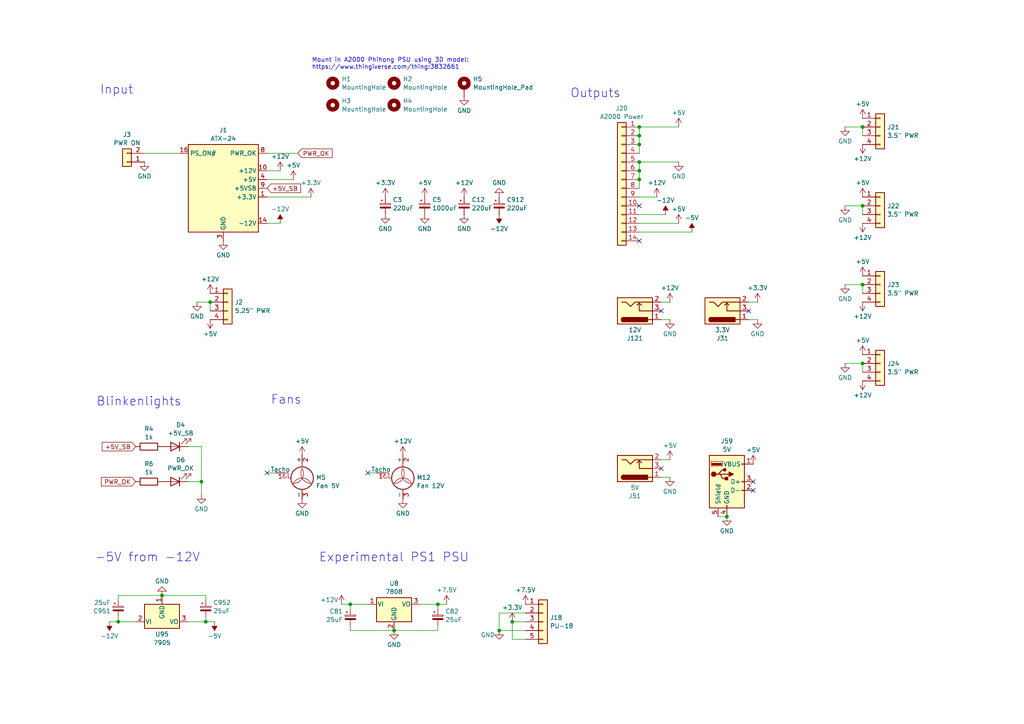
<source format=kicad_sch>
(kicad_sch (version 20231120) (generator "eeschema") (generator_version "8.0")
  (paper "A4")
  (lib_symbols
    (symbol "Connector:ATX-24"
      (property "Reference" "J" (at -8.89 13.97 0))
      (property "Value" "ATX-24" (at 6.35 13.97 0))
      (symbol "ATX-24_0_1"
        (rectangle (start -10.16 12.7) (end 10.16 -12.7) (stroke (width 0.254)) (fill (type background)))
      )
      (symbol "ATX-24_1_1"
        (pin power_out line (at 12.7 -2.54 180) (length 2.54) (name "+3.3V") (number "1"))
        (pin power_out line (at 12.7 5.08 180) (length 2.54) (name "+12V") (number "10"))
        (pin passive line (at 12.7 5.08 180) (length 2.54) hide (name "+12V") (number "11"))
        (pin passive line (at 12.7 -2.54 180) (length 2.54) hide (name "+3.3V") (number "12"))
        (pin passive line (at 12.7 -2.54 180) (length 2.54) hide (name "+3.3V") (number "13"))
        (pin power_out line (at 12.7 -10.16 180) (length 2.54) (name "-12V") (number "14"))
        (pin passive line (at 0 -15.24 90) (length 2.54) hide (name "GND") (number "15"))
        (pin open_collector line (at -12.7 10.16 0) (length 2.54) (name "PS_ON#") (number "16"))
        (pin passive line (at 0 -15.24 90) (length 2.54) hide (name "GND") (number "17"))
        (pin passive line (at 0 -15.24 90) (length 2.54) hide (name "GND") (number "18"))
        (pin passive line (at 0 -15.24 90) (length 2.54) hide (name "GND") (number "19"))
        (pin passive line (at 12.7 -2.54 180) (length 2.54) hide (name "+3.3V") (number "2"))
        (pin no_connect line (at -10.16 0 0) (length 2.54) hide (name "NC") (number "20"))
        (pin passive line (at 12.7 2.54 180) (length 2.54) hide (name "+5V") (number "21"))
        (pin passive line (at 12.7 2.54 180) (length 2.54) hide (name "+5V") (number "22"))
        (pin passive line (at 12.7 2.54 180) (length 2.54) hide (name "+5V") (number "23"))
        (pin passive line (at 0 -15.24 90) (length 2.54) hide (name "GND") (number "24"))
        (pin power_out line (at 0 -15.24 90) (length 2.54) (name "GND") (number "3"))
        (pin power_out line (at 12.7 2.54 180) (length 2.54) (name "+5V") (number "4"))
        (pin passive line (at 0 -15.24 90) (length 2.54) hide (name "GND") (number "5"))
        (pin passive line (at 12.7 2.54 180) (length 2.54) hide (name "+5V") (number "6"))
        (pin passive line (at 0 -15.24 90) (length 2.54) hide (name "GND") (number "7"))
        (pin output line (at 12.7 10.16 180) (length 2.54) (name "PWR_OK") (number "8"))
        (pin power_out line (at 12.7 0 180) (length 2.54) (name "+5VSB") (number "9"))
      )
    )
    (symbol "Connector:Barrel_Jack_Switch" (pin_names hide)
      (property "Reference" "J" (at 0 5.334 0))
      (property "Value" "Barrel_Jack_Switch" (at 0 -5.08 0))
      (symbol "Barrel_Jack_Switch_0_1"
        (rectangle (start -5.08 3.81) (end 5.08 -3.81) (stroke (width 0.254)) (fill (type background)))
        (arc (start -3.302 3.175) (mid -3.9343 2.54) (end -3.302 1.905) (stroke (width 0.254)))
        (arc (start -3.302 3.175) (mid -3.9343 2.54) (end -3.302 1.905) (stroke (width 0.254)) (fill (type outline)))
        (polyline (pts (xy 1.27 -2.286) (xy 1.905 -1.651)) (stroke (width 0.254)))
        (polyline (pts (xy 5.08 2.54) (xy 3.81 2.54)) (stroke (width 0.254)))
        (polyline (pts (xy 5.08 0) (xy 1.27 0) (xy 1.27 -2.286) (xy 0.635 -1.651)) (stroke (width 0.254)))
        (polyline (pts (xy -3.81 -2.54) (xy -2.54 -2.54) (xy -1.27 -1.27) (xy 0 -2.54) (xy 2.54 -2.54) (xy 5.08 -2.54)) (stroke (width 0.254)))
        (rectangle (start 3.683 3.175) (end -3.302 1.905) (stroke (width 0.254)) (fill (type outline)))
      )
      (symbol "Barrel_Jack_Switch_1_1"
        (pin passive line (at 7.62 2.54 180) (length 2.54) (name "~") (number "1"))
        (pin passive line (at 7.62 -2.54 180) (length 2.54) (name "~") (number "2"))
        (pin passive line (at 7.62 0 180) (length 2.54) (name "~") (number "3"))
      )
    )
    (symbol "Connector:USB_A" (pin_names (offset 1.016))
      (property "Reference" "J" (at -5.08 11.43 0))
      (property "Value" "USB_A" (at -5.08 8.89 0))
      (symbol "USB_A_0_1"
        (rectangle (start -5.08 -7.62) (end 5.08 7.62) (stroke (width 0.254)) (fill (type background)))
        (circle (center -3.81 2.159) (radius 0.635) (stroke (width 0.254)) (fill (type outline)))
        (rectangle (start -1.524 4.826) (end -4.318 5.334) (fill (type outline)))
        (rectangle (start -1.27 4.572) (end -4.572 5.842))
        (circle (center -0.635 3.429) (radius 0.381) (stroke (width 0.254)) (fill (type outline)))
        (rectangle (start -0.127 -7.62) (end 0.127 -6.858))
        (polyline (pts (xy -3.175 2.159) (xy -2.54 2.159) (xy -1.27 3.429) (xy -0.635 3.429)) (stroke (width 0.254)))
        (polyline (pts (xy -2.54 2.159) (xy -1.905 2.159) (xy -1.27 0.889) (xy 0 0.889)) (stroke (width 0.254)))
        (polyline (pts (xy 0.635 2.794) (xy 0.635 1.524) (xy 1.905 2.159) (xy 0.635 2.794)) (stroke (width 0.254)) (fill (type outline)))
        (rectangle (start 0.254 1.27) (end -0.508 0.508) (stroke (width 0.254)) (fill (type outline)))
        (rectangle (start 5.08 -2.667) (end 4.318 -2.413))
        (rectangle (start 5.08 -0.127) (end 4.318 0.127))
        (rectangle (start 5.08 4.953) (end 4.318 5.207))
      )
      (symbol "USB_A_1_1"
        (polyline (pts (xy -1.905 2.159) (xy 0.635 2.159)) (stroke (width 0.254)))
        (pin power_in line (at 7.62 5.08 180) (length 2.54) (name "VBUS") (number "1"))
        (pin bidirectional line (at 7.62 -2.54 180) (length 2.54) (name "D-") (number "2"))
        (pin bidirectional line (at 7.62 0 180) (length 2.54) (name "D+") (number "3"))
        (pin power_in line (at 0 -10.16 90) (length 2.54) (name "GND") (number "4"))
        (pin passive line (at -2.54 -10.16 90) (length 2.54) (name "Shield") (number "5"))
      )
    )
    (symbol "Connector_Generic:Conn_01x02" (pin_names (offset 1.016) hide)
      (property "Reference" "J" (at 0 2.54 0))
      (property "Value" "Conn_01x02" (at 0 -5.08 0))
      (symbol "Conn_01x02_1_1"
        (rectangle (start -1.27 -2.413) (end 0 -2.667) (stroke (width 0.1524)))
        (rectangle (start -1.27 0.127) (end 0 -0.127) (stroke (width 0.1524)))
        (rectangle (start -1.27 1.27) (end 1.27 -3.81) (stroke (width 0.254)) (fill (type background)))
        (pin passive line (at -5.08 0 0) (length 3.81) (name "Pin_1") (number "1"))
        (pin passive line (at -5.08 -2.54 0) (length 3.81) (name "Pin_2") (number "2"))
      )
    )
    (symbol "Connector_Generic:Conn_01x04" (pin_names (offset 1.016) hide)
      (property "Reference" "J" (at 0 5.08 0))
      (property "Value" "Conn_01x04" (at 0 -7.62 0))
      (symbol "Conn_01x04_1_1"
        (rectangle (start -1.27 -4.953) (end 0 -5.207) (stroke (width 0.1524)))
        (rectangle (start -1.27 -2.413) (end 0 -2.667) (stroke (width 0.1524)))
        (rectangle (start -1.27 0.127) (end 0 -0.127) (stroke (width 0.1524)))
        (rectangle (start -1.27 2.667) (end 0 2.413) (stroke (width 0.1524)))
        (rectangle (start -1.27 3.81) (end 1.27 -6.35) (stroke (width 0.254)) (fill (type background)))
        (pin passive line (at -5.08 2.54 0) (length 3.81) (name "Pin_1") (number "1"))
        (pin passive line (at -5.08 0 0) (length 3.81) (name "Pin_2") (number "2"))
        (pin passive line (at -5.08 -2.54 0) (length 3.81) (name "Pin_3") (number "3"))
        (pin passive line (at -5.08 -5.08 0) (length 3.81) (name "Pin_4") (number "4"))
      )
    )
    (symbol "Connector_Generic:Conn_01x05" (pin_names (offset 1.016) hide)
      (property "Reference" "J" (at 0 7.62 0))
      (property "Value" "Conn_01x05" (at 0 -7.62 0))
      (symbol "Conn_01x05_1_1"
        (rectangle (start -1.27 -4.953) (end 0 -5.207) (stroke (width 0.1524)))
        (rectangle (start -1.27 -2.413) (end 0 -2.667) (stroke (width 0.1524)))
        (rectangle (start -1.27 0.127) (end 0 -0.127) (stroke (width 0.1524)))
        (rectangle (start -1.27 2.667) (end 0 2.413) (stroke (width 0.1524)))
        (rectangle (start -1.27 5.207) (end 0 4.953) (stroke (width 0.1524)))
        (rectangle (start -1.27 6.35) (end 1.27 -6.35) (stroke (width 0.254)) (fill (type background)))
        (pin passive line (at -5.08 5.08 0) (length 3.81) (name "Pin_1") (number "1"))
        (pin passive line (at -5.08 2.54 0) (length 3.81) (name "Pin_2") (number "2"))
        (pin passive line (at -5.08 0 0) (length 3.81) (name "Pin_3") (number "3"))
        (pin passive line (at -5.08 -2.54 0) (length 3.81) (name "Pin_4") (number "4"))
        (pin passive line (at -5.08 -5.08 0) (length 3.81) (name "Pin_5") (number "5"))
      )
    )
    (symbol "Connector_Generic:Conn_01x14" (pin_names (offset 1.016) hide)
      (property "Reference" "J" (at 0 17.78 0))
      (property "Value" "Conn_01x14" (at 0 -20.32 0))
      (symbol "Conn_01x14_1_1"
        (rectangle (start -1.27 -17.653) (end 0 -17.907) (stroke (width 0.1524)))
        (rectangle (start -1.27 -15.113) (end 0 -15.367) (stroke (width 0.1524)))
        (rectangle (start -1.27 -12.573) (end 0 -12.827) (stroke (width 0.1524)))
        (rectangle (start -1.27 -10.033) (end 0 -10.287) (stroke (width 0.1524)))
        (rectangle (start -1.27 -7.493) (end 0 -7.747) (stroke (width 0.1524)))
        (rectangle (start -1.27 -4.953) (end 0 -5.207) (stroke (width 0.1524)))
        (rectangle (start -1.27 -2.413) (end 0 -2.667) (stroke (width 0.1524)))
        (rectangle (start -1.27 0.127) (end 0 -0.127) (stroke (width 0.1524)))
        (rectangle (start -1.27 2.667) (end 0 2.413) (stroke (width 0.1524)))
        (rectangle (start -1.27 5.207) (end 0 4.953) (stroke (width 0.1524)))
        (rectangle (start -1.27 7.747) (end 0 7.493) (stroke (width 0.1524)))
        (rectangle (start -1.27 10.287) (end 0 10.033) (stroke (width 0.1524)))
        (rectangle (start -1.27 12.827) (end 0 12.573) (stroke (width 0.1524)))
        (rectangle (start -1.27 15.367) (end 0 15.113) (stroke (width 0.1524)))
        (rectangle (start -1.27 16.51) (end 1.27 -19.05) (stroke (width 0.254)) (fill (type background)))
        (pin passive line (at -5.08 15.24 0) (length 3.81) (name "Pin_1") (number "1"))
        (pin passive line (at -5.08 -7.62 0) (length 3.81) (name "Pin_10") (number "10"))
        (pin passive line (at -5.08 -10.16 0) (length 3.81) (name "Pin_11") (number "11"))
        (pin passive line (at -5.08 -12.7 0) (length 3.81) (name "Pin_12") (number "12"))
        (pin passive line (at -5.08 -15.24 0) (length 3.81) (name "Pin_13") (number "13"))
        (pin passive line (at -5.08 -17.78 0) (length 3.81) (name "Pin_14") (number "14"))
        (pin passive line (at -5.08 12.7 0) (length 3.81) (name "Pin_2") (number "2"))
        (pin passive line (at -5.08 10.16 0) (length 3.81) (name "Pin_3") (number "3"))
        (pin passive line (at -5.08 7.62 0) (length 3.81) (name "Pin_4") (number "4"))
        (pin passive line (at -5.08 5.08 0) (length 3.81) (name "Pin_5") (number "5"))
        (pin passive line (at -5.08 2.54 0) (length 3.81) (name "Pin_6") (number "6"))
        (pin passive line (at -5.08 0 0) (length 3.81) (name "Pin_7") (number "7"))
        (pin passive line (at -5.08 -2.54 0) (length 3.81) (name "Pin_8") (number "8"))
        (pin passive line (at -5.08 -5.08 0) (length 3.81) (name "Pin_9") (number "9"))
      )
    )
    (symbol "Device:C_Polarized_Small" (pin_numbers hide) (pin_names (offset 0.254) hide)
      (property "Reference" "C" (at 0.254 1.778 0))
      (property "Value" "C_Polarized_Small" (at 0.254 -2.032 0))
      (symbol "C_Polarized_Small_0_1"
        (rectangle (start -1.524 -0.3048) (end 1.524 -0.6858) (fill (type outline)))
        (rectangle (start -1.524 0.6858) (end 1.524 0.3048))
        (polyline (pts (xy -1.27 1.524) (xy -0.762 1.524)))
        (polyline (pts (xy -1.016 1.27) (xy -1.016 1.778)))
      )
      (symbol "C_Polarized_Small_1_1"
        (pin passive line (at 0 2.54 270) (length 1.8542) (name "~") (number "1"))
        (pin passive line (at 0 -2.54 90) (length 1.8542) (name "~") (number "2"))
      )
    )
    (symbol "Device:LED" (pin_numbers hide) (pin_names (offset 1.016) hide)
      (property "Reference" "D" (at 0 2.54 0))
      (property "Value" "LED" (at 0 -2.54 0))
      (symbol "LED_0_1"
        (polyline (pts (xy -1.27 -1.27) (xy -1.27 1.27)) (stroke (width 0.254)))
        (polyline (pts (xy -1.27 0) (xy 1.27 0)))
        (polyline (pts (xy 1.27 -1.27) (xy 1.27 1.27) (xy -1.27 0) (xy 1.27 -1.27)) (stroke (width 0.254)))
        (polyline (pts (xy -3.048 -0.762) (xy -4.572 -2.286) (xy -3.81 -2.286) (xy -4.572 -2.286) (xy -4.572 -1.524)))
        (polyline (pts (xy -1.778 -0.762) (xy -3.302 -2.286) (xy -2.54 -2.286) (xy -3.302 -2.286) (xy -3.302 -1.524)))
      )
      (symbol "LED_1_1"
        (pin passive line (at -3.81 0 0) (length 2.54) (name "K") (number "1"))
        (pin passive line (at 3.81 0 180) (length 2.54) (name "A") (number "2"))
      )
    )
    (symbol "Device:R" (pin_numbers hide) (pin_names (offset 0))
      (property "Reference" "R" (at 2.032 0 90))
      (property "Value" "R" (at 0 0 90))
      (symbol "R_0_1"
        (rectangle (start -1.016 -2.54) (end 1.016 2.54) (stroke (width 0.254)))
      )
      (symbol "R_1_1"
        (pin passive line (at 0 3.81 270) (length 1.27) (name "~") (number "1"))
        (pin passive line (at 0 -3.81 90) (length 1.27) (name "~") (number "2"))
      )
    )
    (symbol "Mechanical:MountingHole" (pin_names (offset 1.016)) (exclude_from_sim yes) (in_bom no)
      (property "Reference" "H" (at 0 5.08 0))
      (property "Value" "MountingHole" (at 0 3.175 0))
      (symbol "MountingHole_0_1"
        (circle (center 0 0) (radius 1.27) (stroke (width 1.27)))
      )
    )
    (symbol "Mechanical:MountingHole_Pad" (pin_numbers hide) (pin_names (offset 1.016) hide) (exclude_from_sim yes) (in_bom no)
      (property "Reference" "H" (at 0 6.35 0))
      (property "Value" "MountingHole_Pad" (at 0 4.445 0))
      (symbol "MountingHole_Pad_0_1"
        (circle (center 0 1.27) (radius 1.27) (stroke (width 1.27)))
      )
      (symbol "MountingHole_Pad_1_1"
        (pin input line (at 0 -2.54 90) (length 2.54) (name "1") (number "1"))
      )
    )
    (symbol "Motor:Fan_PC_Chassis" (pin_names (offset 0))
      (property "Reference" "M" (at 2.54 2.54 0))
      (property "Value" "Fan_PC_Chassis" (at 2.54 -5.08 0))
      (symbol "Fan_PC_Chassis_0_0"
        (arc (start -5.588 -1.016) (mid -5.08 -1.5218) (end -4.572 -1.016))
        (arc (start -5.08 -0.508) (mid -5.4392 -0.6568) (end -5.588 -1.016))
        (polyline (pts (xy -5.08 -0.508) (xy -5.334 -0.381)))
        (polyline (pts (xy -5.08 -0.508) (xy -5.207 -0.762)))
        (polyline (pts (xy -4.064 0) (xy -4.064 -1.524) (xy -3.302 -1.524)))
      )
      (symbol "Fan_PC_Chassis_0_1"
        (arc (start -2.54 -3.048) (mid 0.0028 -1.6279) (end 0 1.27))
        (circle (center 0 -1.524) (radius 3.2512) (stroke (width 0.254)))
        (polyline (pts (xy -4.064 0) (xy -5.08 0)))
        (polyline (pts (xy 0 -7.62) (xy 0 -7.112)))
        (polyline (pts (xy 0 -4.7752) (xy 0 -5.1816)))
        (polyline (pts (xy 0 1.7272) (xy 0 2.0828)))
        (polyline (pts (xy 0 2.032) (xy 0 2.54)))
        (arc (start 0 1.27) (mid 0.053 -1.619) (end 2.54 -3.048))
        (arc (start 2.54 -3.048) (mid 0 -1.4782) (end -2.54 -3.048))
      )
      (symbol "Fan_PC_Chassis_1_1"
        (pin passive line (at -7.62 0 0) (length 2.54) (name "Tacho") (number "1"))
        (pin passive line (at 0 5.08 270) (length 2.54) (name "+") (number "2"))
        (pin passive line (at 0 -7.62 90) (length 2.54) (name "-") (number "3"))
      )
    )
    (symbol "Regulator_Linear:LM7808_TO220" (pin_names (offset 0.254))
      (property "Reference" "U" (at -3.81 3.175 0))
      (property "Value" "LM7808_TO220" (at 0 3.175 0))
      (symbol "LM7808_TO220_0_1"
        (rectangle (start -5.08 1.905) (end 5.08 -5.08) (stroke (width 0.254)) (fill (type background)))
      )
      (symbol "LM7808_TO220_1_1"
        (pin power_in line (at -7.62 0 0) (length 2.54) (name "VI") (number "1"))
        (pin power_in line (at 0 -7.62 90) (length 2.54) (name "GND") (number "2"))
        (pin power_out line (at 7.62 0 180) (length 2.54) (name "VO") (number "3"))
      )
    )
    (symbol "Regulator_Linear:MC7905" (pin_names (offset 0.254))
      (property "Reference" "U" (at -3.81 -3.175 0))
      (property "Value" "MC7905" (at 0 -3.175 0))
      (symbol "MC7905_0_1"
        (rectangle (start -5.08 5.08) (end 5.08 -1.905) (stroke (width 0.254)) (fill (type background)))
      )
      (symbol "MC7905_1_1"
        (pin power_in line (at 0 7.62 270) (length 2.54) (name "GND") (number "1"))
        (pin power_in line (at -7.62 0 0) (length 2.54) (name "VI") (number "2"))
        (pin power_out line (at 7.62 0 180) (length 2.54) (name "VO") (number "3"))
      )
    )
    (symbol "power:+12V" (power) (pin_numbers hide) (pin_names (offset 0) hide)
      (property "Value" "+12V" (at 0 3.556 0))
      (symbol "+12V_0_1"
        (polyline (pts (xy -0.762 1.27) (xy 0 2.54)))
        (polyline (pts (xy 0 0) (xy 0 2.54)))
        (polyline (pts (xy 0 2.54) (xy 0.762 1.27)))
      )
      (symbol "+12V_1_1"
        (pin power_in line (at 0 0 90) (length 0) (name "~") (number "1"))
      )
    )
    (symbol "power:+3.3V" (power) (pin_numbers hide) (pin_names (offset 0) hide)
      (property "Value" "+3.3V" (at 0 3.556 0))
      (symbol "+3.3V_0_1"
        (polyline (pts (xy -0.762 1.27) (xy 0 2.54)))
        (polyline (pts (xy 0 0) (xy 0 2.54)))
        (polyline (pts (xy 0 2.54) (xy 0.762 1.27)))
      )
      (symbol "+3.3V_1_1"
        (pin power_in line (at 0 0 90) (length 0) (name "~") (number "1"))
      )
    )
    (symbol "power:+5V" (power) (pin_numbers hide) (pin_names (offset 0) hide)
      (property "Value" "+5V" (at 0 3.556 0))
      (symbol "+5V_0_1"
        (polyline (pts (xy -0.762 1.27) (xy 0 2.54)))
        (polyline (pts (xy 0 0) (xy 0 2.54)))
        (polyline (pts (xy 0 2.54) (xy 0.762 1.27)))
      )
      (symbol "+5V_1_1"
        (pin power_in line (at 0 0 90) (length 0) (name "~") (number "1"))
      )
    )
    (symbol "power:+7.5V" (power) (pin_numbers hide) (pin_names (offset 0) hide)
      (property "Value" "+7.5V" (at 0 3.556 0))
      (symbol "+7.5V_0_1"
        (polyline (pts (xy -0.762 1.27) (xy 0 2.54)))
        (polyline (pts (xy 0 0) (xy 0 2.54)))
        (polyline (pts (xy 0 2.54) (xy 0.762 1.27)))
      )
      (symbol "+7.5V_1_1"
        (pin power_in line (at 0 0 90) (length 0) (name "~") (number "1"))
      )
    )
    (symbol "power:-12V" (power) (pin_numbers hide) (pin_names (offset 0) hide)
      (property "Value" "-12V" (at 0 3.556 0))
      (symbol "-12V_0_0"
        (pin power_in line (at 0 0 90) (length 0) (name "~") (number "1"))
      )
      (symbol "-12V_0_1"
        (polyline (pts (xy 0 0) (xy 0 1.27) (xy 0.762 1.27) (xy 0 2.54) (xy -0.762 1.27) (xy 0 1.27)) (fill (type outline)))
      )
    )
    (symbol "power:-5V" (power) (pin_numbers hide) (pin_names (offset 0) hide)
      (property "Value" "-5V" (at 0 3.556 0))
      (symbol "-5V_0_0"
        (pin power_in line (at 0 0 90) (length 0) (name "~") (number "1"))
      )
      (symbol "-5V_0_1"
        (polyline (pts (xy 0 0) (xy 0 1.27) (xy 0.762 1.27) (xy 0 2.54) (xy -0.762 1.27) (xy 0 1.27)) (fill (type outline)))
      )
    )
    (symbol "power:GND" (power) (pin_numbers hide) (pin_names (offset 0) hide)
      (property "Value" "GND" (at 0 -3.81 0))
      (symbol "GND_0_1"
        (polyline (pts (xy 0 0) (xy 0 -1.27) (xy 1.27 -1.27) (xy 0 -2.54) (xy -1.27 -1.27) (xy 0 -1.27)))
      )
      (symbol "GND_1_1"
        (pin power_in line (at 0 0 270) (length 0) (name "~") (number "1"))
      )
    )
  )
  (junction (at 185.42 36.83))
  (junction (at 185.42 46.99))
  (junction (at 250.19 105.41))
  (junction (at 250.19 36.83))
  (junction (at 101.6 175.26))
  (junction (at 250.19 82.55))
  (junction (at 114.3 182.88))
  (junction (at 185.42 39.37))
  (junction (at 148.59 180.34))
  (junction (at 250.19 59.69))
  (junction (at 185.42 49.53))
  (junction (at 58.42 139.7))
  (junction (at 127 175.26))
  (junction (at 46.99 172.72))
  (junction (at 34.29 180.34))
  (junction (at 210.82 149.86))
  (junction (at 144.78 182.88))
  (junction (at 185.42 52.07))
  (junction (at 185.42 41.91))
  (junction (at 60.96 87.63))
  (junction (at 59.69 180.34))
  (no_connect (at 77.47 137.16))
  (no_connect (at 191.77 90.17))
  (no_connect (at 191.77 135.89))
  (no_connect (at 106.68 137.16))
  (no_connect (at 185.42 69.85))
  (no_connect (at 218.44 142.24))
  (no_connect (at 218.44 139.7))
  (no_connect (at 185.42 59.69))
  (no_connect (at 217.17 90.17))
  (wire (pts (xy 34.29 172.72) (xy 46.99 172.72)))
  (wire (pts (xy 77.47 49.53) (xy 81.28 49.53)))
  (wire (pts (xy 219.71 87.63) (xy 217.17 87.63)))
  (wire (pts (xy 144.78 177.8) (xy 152.4 177.8)))
  (wire (pts (xy 196.85 36.83) (xy 185.42 36.83)))
  (wire (pts (xy 185.42 46.99) (xy 185.42 49.53)))
  (wire (pts (xy 185.42 57.15) (xy 190.5 57.15)))
  (wire (pts (xy 58.42 129.54) (xy 58.42 139.7)))
  (wire (pts (xy 77.47 64.77) (xy 81.28 64.77)))
  (wire (pts (xy 194.31 87.63) (xy 191.77 87.63)))
  (wire (pts (xy 148.59 185.42) (xy 152.4 185.42)))
  (wire (pts (xy 101.6 181.61) (xy 101.6 182.88)))
  (wire (pts (xy 127 181.61) (xy 127 182.88)))
  (wire (pts (xy 101.6 176.53) (xy 101.6 175.26)))
  (wire (pts (xy 121.92 175.26) (xy 127 175.26)))
  (wire (pts (xy 245.11 59.69) (xy 250.19 59.69)))
  (wire (pts (xy 101.6 182.88) (xy 114.3 182.88)))
  (wire (pts (xy 208.28 149.86) (xy 210.82 149.86)))
  (wire (pts (xy 59.69 179.07) (xy 59.69 180.34)))
  (wire (pts (xy 194.31 133.35) (xy 191.77 133.35)))
  (wire (pts (xy 60.96 87.63) (xy 60.96 90.17)))
  (wire (pts (xy 185.42 39.37) (xy 185.42 41.91)))
  (wire (pts (xy 77.47 57.15) (xy 90.17 57.15)))
  (wire (pts (xy 194.31 138.43) (xy 191.77 138.43)))
  (wire (pts (xy 34.29 179.07) (xy 34.29 180.34)))
  (wire (pts (xy 144.78 177.8) (xy 144.78 182.88)))
  (wire (pts (xy 194.31 92.71) (xy 191.77 92.71)))
  (wire (pts (xy 196.85 46.99) (xy 185.42 46.99)))
  (wire (pts (xy 148.59 180.34) (xy 148.59 185.42)))
  (wire (pts (xy 185.42 41.91) (xy 185.42 44.45)))
  (wire (pts (xy 245.11 36.83) (xy 250.19 36.83)))
  (wire (pts (xy 148.59 180.34) (xy 152.4 180.34)))
  (wire (pts (xy 41.91 44.45) (xy 52.07 44.45)))
  (wire (pts (xy 77.47 44.45) (xy 86.36 44.45)))
  (wire (pts (xy 58.42 139.7) (xy 58.42 143.51)))
  (wire (pts (xy 245.11 82.55) (xy 250.19 82.55)))
  (wire (pts (xy 54.61 129.54) (xy 58.42 129.54)))
  (wire (pts (xy 54.61 180.34) (xy 59.69 180.34)))
  (wire (pts (xy 250.19 82.55) (xy 250.19 85.09)))
  (wire (pts (xy 106.68 137.16) (xy 109.22 137.16)))
  (wire (pts (xy 185.42 62.23) (xy 193.04 62.23)))
  (wire (pts (xy 59.69 172.72) (xy 46.99 172.72)))
  (wire (pts (xy 185.42 49.53) (xy 185.42 52.07)))
  (wire (pts (xy 34.29 173.99) (xy 34.29 172.72)))
  (wire (pts (xy 77.47 137.16) (xy 80.01 137.16)))
  (wire (pts (xy 144.78 182.88) (xy 152.4 182.88)))
  (wire (pts (xy 185.42 36.83) (xy 185.42 39.37)))
  (wire (pts (xy 59.69 173.99) (xy 59.69 172.72)))
  (wire (pts (xy 185.42 52.07) (xy 185.42 54.61)))
  (wire (pts (xy 59.69 180.34) (xy 62.23 180.34)))
  (wire (pts (xy 250.19 105.41) (xy 250.19 107.95)))
  (wire (pts (xy 250.19 59.69) (xy 250.19 62.23)))
  (wire (pts (xy 39.37 180.34) (xy 34.29 180.34)))
  (wire (pts (xy 101.6 175.26) (xy 99.06 175.26)))
  (wire (pts (xy 54.61 139.7) (xy 58.42 139.7)))
  (wire (pts (xy 57.15 87.63) (xy 60.96 87.63)))
  (wire (pts (xy 219.71 92.71) (xy 217.17 92.71)))
  (wire (pts (xy 250.19 36.83) (xy 250.19 39.37)))
  (wire (pts (xy 127 182.88) (xy 114.3 182.88)))
  (wire (pts (xy 185.42 64.77) (xy 196.85 64.77)))
  (wire (pts (xy 127 175.26) (xy 129.54 175.26)))
  (wire (pts (xy 127 176.53) (xy 127 175.26)))
  (wire (pts (xy 185.42 67.31) (xy 200.66 67.31)))
  (wire (pts (xy 34.29 180.34) (xy 31.75 180.34)))
  (wire (pts (xy 245.11 105.41) (xy 250.19 105.41)))
  (wire (pts (xy 77.47 52.07) (xy 85.09 52.07)))
  (wire (pts (xy 106.68 175.26) (xy 101.6 175.26)))
  (text "Input" (at 28.956 24.638 0) (effects (font (size 2.54 2.54)) (justify left top)))
  (text "-5V from -12V" (at 27.432 160.274 0) (effects (font (size 2.54 2.54)) (justify left top)))
  (text "Fans" (at 78.486 114.554 0) (effects (font (size 2.54 2.54)) (justify left top)))
  (text "Mount in A2000 Phihong PSU using 3D model:\nhttps://www.thingiverse.com/thing:3832661" (at 90.424 16.764 0) (effects (font (size 1.27 1.27)) (justify left top)))
  (text "Experimental PS1 PSU" (at 92.456 160.274 0) (effects (font (size 2.54 2.54)) (justify left top)))
  (text "Blinkenlights" (at 27.94 115.062 0) (effects (font (size 2.54 2.54)) (justify left top)))
  (text "Outputs" (at 165.354 25.654 0) (effects (font (size 2.54 2.54)) (justify left top)))
  (global_label "+5V_SB" (shape input) (at 77.47 54.61 0) (property "Intersheetrefs" "${INTERSHEET_REFS}" (effects (hide yes))))
  (global_label "PWR_OK" (shape input) (at 86.36 44.45 0) (property "Intersheetrefs" "${INTERSHEET_REFS}" (effects (hide yes))))
  (global_label "PWR_OK" (shape input) (at 39.37 139.7 180) (property "Intersheetrefs" "${INTERSHEET_REFS}" (effects (hide yes))))
  (global_label "+5V_SB" (shape input) (at 39.37 129.54 180) (property "Intersheetrefs" "${INTERSHEET_REFS}" (effects (hide yes))))
  (symbol (lib_id "power:GND") (at 196.85 46.99 0) (mirror y) (unit 1)
    (property "Reference" "#PWR02" (effects (hide yes)))
    (property "Value" "GND" (at 196.85 51.1231 0))
    (property "Description" "Power symbol creates a global label with name \"GND\" , ground" (effects (hide yes)))
  )
  (symbol (lib_id "power:+3.3V") (at 111.76 57.15 0) (unit 1)
    (property "Reference" "#PWR060" (effects (hide yes)))
    (property "Value" "+3.3V" (at 111.76 53.0169 0))
    (property "Description" "Power symbol creates a global label with name \"+3.3V\"" (effects (hide yes)))
  )
  (symbol (lib_id "Motor:Fan_PC_Chassis") (at 116.84 137.16 0) (unit 1)
    (property "Reference" "M12" (at 120.8532 138.4878 0) (effects (justify left)))
    (property "Value" "Fan 12V" (at 120.8532 140.9121 0) (effects (justify left)))
    (property "Footprint" "Connector:FanPinHeader_1x03_P2.54mm_Vertical" (effects (hide yes)))
    (property "Datasheet" "https://www.lcsc.com/datasheet/lcsc_datasheet_2110111830_XKB-Connection-X2510WV-03-N0SN_C843332.pdf" (effects (hide yes)))
    (property "Description" "PC chassis fan, tacho output, 3-pin connector" (effects (hide yes)))
    (property "LCSC" "C843332" (effects (hide yes)))
  )
  (symbol (lib_id "Connector:USB_A") (at 210.82 139.7 0) (unit 1)
    (property "Reference" "J59" (at 210.82 127.9355 0))
    (property "Value" "5V" (at 210.82 130.3598 0))
    (property "Footprint" "Connector_USB:USB_A_CONNFLY_DS1095-WNR0" (effects (hide yes)))
    (property "Datasheet" "https://www.lcsc.com/datasheet/lcsc_datasheet_2404070230_CONNFLY-Elec-DS1095-WNR0_C19944603.pdf" (effects (hide yes)))
    (property "Description" "USB Type A connector" (effects (hide yes)))
    (property "LCSC" "C503996" (effects (hide yes)))
  )
  (symbol (lib_id "power:GND") (at 245.11 105.41 0) (mirror y) (unit 1)
    (property "Reference" "#PWR027" (effects (hide yes)))
    (property "Value" "GND" (at 245.11 109.5431 0))
    (property "Description" "Power symbol creates a global label with name \"GND\" , ground" (effects (hide yes)))
  )
  (symbol (lib_id "power:+5V") (at 87.63 132.08 0) (mirror y) (unit 1)
    (property "Reference" "#PWR016" (effects (hide yes)))
    (property "Value" "+5V" (at 87.63 127.9469 0))
    (property "Description" "Power symbol creates a global label with name \"+5V\"" (effects (hide yes)))
  )
  (symbol (lib_id "Device:LED") (at 50.8 139.7 180) (unit 1)
    (property "Reference" "D6" (at 52.3875 133.3965 0))
    (property "Value" "PWR_OK" (at 52.3875 135.8208 0))
    (property "Footprint" "LED_THT:LED_D3.0mm" (effects (hide yes)))
    (property "Datasheet" "https://www.lcsc.com/datasheet/lcsc_datasheet_2306081633_EKINGLUX-EL302YGD_C6916232.pdf" (effects (hide yes)))
    (property "LCSC" "C6916232" (effects (hide yes)))
  )
  (symbol (lib_id "Mechanical:MountingHole") (at 96.52 30.48 0) (unit 1) (exclude_from_sim yes) (in_bom no)
    (property "Reference" "H3" (at 99.06 29.2678 0) (effects (justify left)))
    (property "Value" "MountingHole" (at 99.06 31.6921 0) (effects (justify left)))
    (property "Footprint" "MountingHole:MountingHole_4mm" (effects (hide yes)))
    (property "Description" "Mounting Hole without connection" (effects (hide yes)))
  )
  (symbol (lib_id "power:+5V") (at 250.19 57.15 0) (mirror y) (unit 1)
    (property "Reference" "#PWR022" (effects (hide yes)))
    (property "Value" "+5V" (at 250.19 53.0169 0))
    (property "Description" "Power symbol creates a global label with name \"+5V\"" (effects (hide yes)))
  )
  (symbol (lib_id "Device:C_Polarized_Small") (at 134.62 59.69 0) (unit 1)
    (property "Reference" "C12" (at 136.779 57.9317 0) (effects (justify left)))
    (property "Value" "220uF" (at 136.779 60.356 0) (effects (justify left)))
    (property "Footprint" "Capacitor_THT:CP_Radial_D6.3mm_P2.50mm" (effects (hide yes)))
    (property "Datasheet" "https://www.lcsc.com/datasheet/lcsc_datasheet_2303231030_Honor-Elec-HT1E227M0607PC_C5438671.pdf" (effects (hide yes)))
    (property "Description" "Polarized capacitor, small symbol" (effects (hide yes)))
    (property "LCSC" "C5438671" (effects (hide yes)))
  )
  (symbol (lib_id "Connector_Generic:Conn_01x04") (at 255.27 105.41 0) (unit 1)
    (property "Reference" "J24" (at 257.302 105.4678 0) (effects (justify left)))
    (property "Value" "3.5\" PWR" (at 257.302 107.8921 0) (effects (justify left)))
    (property "Footprint" "Connector_PinHeader_2.54mm:PinHeader_1x04_P2.54mm_Vertical" (effects (hide yes)))
    (property "Datasheet" "https://www.lcsc.com/datasheet/lcsc_datasheet_2304140030_TE-Connectivity-171825-4_C210162.pdf" (effects (hide yes)))
    (property "Description" "Generic connector, single row, 01x04, script generated (kicad-library-utils/schlib/autogen/connector/)" (effects (hide yes)))
    (property "LCSC" "C210162" (effects (hide yes)))
  )
  (symbol (lib_id "Regulator_Linear:LM7808_TO220") (at 114.3 175.26 0) (unit 1)
    (property "Reference" "U8" (at 114.3 169.2105 0))
    (property "Value" "7808" (at 114.3 171.6348 0))
    (property "Footprint" "Package_TO_SOT_SMD:TO-263-3_TabPin2" (effects (hide yes)))
    (property "Datasheet" "https://www.onsemi.cn/PowerSolutions/document/MC7800-D.PDF" (effects (hide yes)))
    (property "Description" "Positive 1A 35V Linear Regulator, Fixed Output 8V, TO-220" (effects (hide yes)))
    (property "LCSC" "C7432228" (effects (hide yes)))
  )
  (symbol (lib_id "power:GND") (at 144.78 182.88 0) (unit 1)
    (property "Reference" "#PWR052" (effects (hide yes)))
    (property "Value" "GND" (at 141.478 184.15 0))
    (property "Description" "Power symbol creates a global label with name \"GND\" , ground" (effects (hide yes)))
  )
  (symbol (lib_id "power:GND") (at 134.62 27.94 0) (mirror y) (unit 1)
    (property "Reference" "#PWR041" (effects (hide yes)))
    (property "Value" "GND" (at 134.62 32.0731 0))
    (property "Description" "Power symbol creates a global label with name \"GND\" , ground" (effects (hide yes)))
  )
  (symbol (lib_id "power:+12V") (at 250.19 41.91 0) (mirror x) (unit 1)
    (property "Reference" "#PWR019" (effects (hide yes)))
    (property "Value" "+12V" (at 250.19 46.0431 0))
    (property "Description" "Power symbol creates a global label with name \"+12V\"" (effects (hide yes)))
  )
  (symbol (lib_id "power:+12V") (at 250.19 110.49 0) (mirror x) (unit 1)
    (property "Reference" "#PWR029" (effects (hide yes)))
    (property "Value" "+12V" (at 250.19 114.6231 0))
    (property "Description" "Power symbol creates a global label with name \"+12V\"" (effects (hide yes)))
  )
  (symbol (lib_id "Device:C_Polarized_Small") (at 34.29 176.53 0) (unit 1)
    (property "Reference" "C951" (at 32.1311 177.1961 0) (effects (justify right)))
    (property "Value" "25uF" (at 32.1311 174.7718 0) (effects (justify right)))
    (property "Footprint" "Capacitor_THT:CP_Radial_D6.3mm_P2.50mm" (effects (hide yes)))
    (property "Datasheet" "https://www.lcsc.com/datasheet/lcsc_datasheet_2303231030_Honor-Elec-HG1J226M0608PC_C5438878.pdf" (effects (hide yes)))
    (property "Description" "Polarized capacitor, small symbol" (effects (hide yes)))
    (property "LCSC" "C5438878" (effects (hide yes)))
  )
  (symbol (lib_id "power:GND") (at 210.82 149.86 0) (unit 1)
    (property "Reference" "#PWR047" (effects (hide yes)))
    (property "Value" "GND" (at 210.82 153.9931 0))
    (property "Description" "Power symbol creates a global label with name \"GND\" , ground" (effects (hide yes)))
  )
  (symbol (lib_id "Regulator_Linear:MC7905") (at 46.99 180.34 0) (unit 1)
    (property "Reference" "U95" (at 46.99 183.9651 0))
    (property "Value" "7905" (at 46.99 186.3894 0))
    (property "Footprint" "Package_TO_SOT_SMD:TO-263-3_TabPin2" (effects (hide yes)))
    (property "Datasheet" "http://www.onsemi.com/pub/Collateral/MC7900-D.PDF" (effects (hide yes)))
    (property "Description" "Negative 1A 35V Linear Regulator, Fixed Output -5V, TO-220/TO-263" (effects (hide yes)))
    (property "LCSC" "C28684" (effects (hide yes)))
  )
  (symbol (lib_id "power:GND") (at 87.63 144.78 0) (mirror y) (unit 1)
    (property "Reference" "#PWR014" (effects (hide yes)))
    (property "Value" "GND" (at 87.63 148.9131 0))
    (property "Description" "Power symbol creates a global label with name \"GND\" , ground" (effects (hide yes)))
  )
  (symbol (lib_id "power:GND") (at 116.84 144.78 0) (mirror y) (unit 1)
    (property "Reference" "#PWR015" (effects (hide yes)))
    (property "Value" "GND" (at 116.84 148.9131 0))
    (property "Description" "Power symbol creates a global label with name \"GND\" , ground" (effects (hide yes)))
  )
  (symbol (lib_id "power:+12V") (at 60.96 85.09 0) (unit 1)
    (property "Reference" "#PWR036" (effects (hide yes)))
    (property "Value" "+12V" (at 60.96 80.9569 0))
    (property "Description" "Power symbol creates a global label with name \"+12V\"" (effects (hide yes)))
  )
  (symbol (lib_id "Connector:Barrel_Jack_Switch") (at 184.15 135.89 0) (mirror x) (unit 1)
    (property "Reference" "J51" (at 184.15 143.8445 0))
    (property "Value" "5V" (at 184.15 141.4202 0))
    (property "Footprint" "Connector_BarrelJack:BarrelJack_Horizontal" (effects (hide yes)))
    (property "Datasheet" "https://www.lcsc.com/datasheet/lcsc_datasheet_2409272202_HanElectricity-DC-005-2-0_C22459640.pdf" (effects (hide yes)))
    (property "Description" "DC Barrel Jack with an internal switch" (effects (hide yes)))
    (property "LCSC" "C22459640" (effects (hide yes)))
  )
  (symbol (lib_id "power:GND") (at 194.31 138.43 0) (unit 1)
    (property "Reference" "#PWR038" (effects (hide yes)))
    (property "Value" "GND" (at 194.31 142.5631 0))
    (property "Description" "Power symbol creates a global label with name \"GND\" , ground" (effects (hide yes)))
  )
  (symbol (lib_id "power:GND") (at 144.78 57.15 0) (mirror x) (unit 1)
    (property "Reference" "#PWR051" (effects (hide yes)))
    (property "Value" "GND" (at 144.78 53.0169 0))
    (property "Description" "Power symbol creates a global label with name \"GND\" , ground" (effects (hide yes)))
  )
  (symbol (lib_id "power:-12V") (at 31.75 180.34 0) (mirror x) (unit 1)
    (property "Reference" "#PWR030" (effects (hide yes)))
    (property "Value" "-12V" (at 31.75 184.4731 0))
    (property "Description" "Power symbol creates a global label with name \"-12V\"" (effects (hide yes)))
  )
  (symbol (lib_id "power:+12V") (at 81.28 49.53 0) (unit 1)
    (property "Reference" "#PWR09" (effects (hide yes)))
    (property "Value" "+12V" (at 81.28 45.3969 0))
    (property "Description" "Power symbol creates a global label with name \"+12V\"" (effects (hide yes)))
  )
  (symbol (lib_id "power:GND") (at 57.15 87.63 0) (mirror y) (unit 1)
    (property "Reference" "#PWR040" (effects (hide yes)))
    (property "Value" "GND" (at 57.15 91.7631 0))
    (property "Description" "Power symbol creates a global label with name \"GND\" , ground" (effects (hide yes)))
  )
  (symbol (lib_id "power:+12V") (at 190.5 57.15 0) (unit 1)
    (property "Reference" "#PWR03" (effects (hide yes)))
    (property "Value" "+12V" (at 190.5 53.0169 0))
    (property "Description" "Power symbol creates a global label with name \"+12V\"" (effects (hide yes)))
  )
  (symbol (lib_id "power:+5V") (at 196.85 64.77 0) (mirror y) (unit 1)
    (property "Reference" "#PWR06" (effects (hide yes)))
    (property "Value" "+5V" (at 196.85 60.6369 0))
    (property "Description" "Power symbol creates a global label with name \"+5V\"" (effects (hide yes)))
  )
  (symbol (lib_id "power:-12V") (at 81.28 64.77 0) (unit 1)
    (property "Reference" "#PWR010" (effects (hide yes)))
    (property "Value" "-12V" (at 81.28 60.6369 0))
    (property "Description" "Power symbol creates a global label with name \"-12V\"" (effects (hide yes)))
  )
  (symbol (lib_id "Connector_Generic:Conn_01x04") (at 255.27 36.83 0) (unit 1)
    (property "Reference" "J21" (at 257.302 36.8878 0) (effects (justify left)))
    (property "Value" "3.5\" PWR" (at 257.302 39.3121 0) (effects (justify left)))
    (property "Footprint" "Connector_PinHeader_2.54mm:PinHeader_1x04_P2.54mm_Vertical" (effects (hide yes)))
    (property "Datasheet" "https://www.lcsc.com/datasheet/lcsc_datasheet_2304140030_TE-Connectivity-171825-4_C210162.pdf" (effects (hide yes)))
    (property "Description" "Generic connector, single row, 01x04, script generated (kicad-library-utils/schlib/autogen/connector/)" (effects (hide yes)))
    (property "LCSC" "C210162" (effects (hide yes)))
  )
  (symbol (lib_id "power:GND") (at 245.11 82.55 0) (mirror y) (unit 1)
    (property "Reference" "#PWR024" (effects (hide yes)))
    (property "Value" "GND" (at 245.11 86.6831 0))
    (property "Description" "Power symbol creates a global label with name \"GND\" , ground" (effects (hide yes)))
  )
  (symbol (lib_id "power:+5V") (at 85.09 52.07 0) (mirror y) (unit 1)
    (property "Reference" "#PWR08" (effects (hide yes)))
    (property "Value" "+5V" (at 85.09 47.9369 0))
    (property "Description" "Power symbol creates a global label with name \"+5V\"" (effects (hide yes)))
  )
  (symbol (lib_id "Device:C_Polarized_Small") (at 111.76 59.69 0) (unit 1)
    (property "Reference" "C3" (at 113.919 57.9317 0) (effects (justify left)))
    (property "Value" "220uF" (at 113.919 60.356 0) (effects (justify left)))
    (property "Footprint" "Capacitor_THT:CP_Radial_D6.3mm_P2.50mm" (effects (hide yes)))
    (property "Datasheet" "https://www.lcsc.com/datasheet/lcsc_datasheet_2303231030_Honor-Elec-HT1E227M0607PC_C5438671.pdf" (effects (hide yes)))
    (property "Description" "Polarized capacitor, small symbol" (effects (hide yes)))
    (property "LCSC" "C5438671" (effects (hide yes)))
  )
  (symbol (lib_id "power:+7.5V") (at 152.4 175.26 0) (unit 1)
    (property "Reference" "#PWR054" (effects (hide yes)))
    (property "Value" "+7.5V" (at 152.4 171.1269 0))
    (property "Description" "Power symbol creates a global label with name \"+7.5V\"" (effects (hide yes)))
  )
  (symbol (lib_id "Mechanical:MountingHole_Pad") (at 134.62 25.4 0) (unit 1) (exclude_from_sim yes) (in_bom no)
    (property "Reference" "H5" (at 137.16 22.9178 0) (effects (justify left)))
    (property "Value" "MountingHole_Pad" (at 137.16 25.3421 0) (effects (justify left)))
    (property "Footprint" "MountingHole:MountingHole_3.2mm_M3_Pad" (effects (hide yes)))
    (property "Description" "Mounting Hole with connection" (effects (hide yes)))
  )
  (symbol (lib_id "power:+12V") (at 134.62 57.15 0) (unit 1)
    (property "Reference" "#PWR059" (effects (hide yes)))
    (property "Value" "+12V" (at 134.62 53.0169 0))
    (property "Description" "Power symbol creates a global label with name \"+12V\"" (effects (hide yes)))
  )
  (symbol (lib_id "power:GND") (at 194.31 92.71 0) (unit 1)
    (property "Reference" "#PWR034" (effects (hide yes)))
    (property "Value" "GND" (at 194.31 96.8431 0))
    (property "Description" "Power symbol creates a global label with name \"GND\" , ground" (effects (hide yes)))
  )
  (symbol (lib_id "power:+5V") (at 250.19 80.01 0) (mirror y) (unit 1)
    (property "Reference" "#PWR025" (effects (hide yes)))
    (property "Value" "+5V" (at 250.19 75.8769 0))
    (property "Description" "Power symbol creates a global label with name \"+5V\"" (effects (hide yes)))
  )
  (symbol (lib_id "power:+3.3V") (at 148.59 180.34 0) (unit 1)
    (property "Reference" "#PWR035" (effects (hide yes)))
    (property "Value" "+3.3V" (at 148.59 176.2069 0))
    (property "Description" "Power symbol creates a global label with name \"+3.3V\"" (effects (hide yes)))
  )
  (symbol (lib_id "power:+12V") (at 116.84 132.08 0) (unit 1)
    (property "Reference" "#PWR017" (effects (hide yes)))
    (property "Value" "+12V" (at 116.84 127.9469 0))
    (property "Description" "Power symbol creates a global label with name \"+12V\"" (effects (hide yes)))
  )
  (symbol (lib_id "power:GND") (at 219.71 92.71 0) (unit 1)
    (property "Reference" "#PWR042" (effects (hide yes)))
    (property "Value" "GND" (at 219.71 96.8431 0))
    (property "Description" "Power symbol creates a global label with name \"GND\" , ground" (effects (hide yes)))
  )
  (symbol (lib_id "power:GND") (at 41.91 46.99 0) (mirror y) (unit 1)
    (property "Reference" "#PWR07" (effects (hide yes)))
    (property "Value" "GND" (at 41.91 51.1231 0))
    (property "Description" "Power symbol creates a global label with name \"GND\" , ground" (effects (hide yes)))
  )
  (symbol (lib_id "Device:C_Polarized_Small") (at 59.69 176.53 0) (unit 1)
    (property "Reference" "C952" (at 61.849 174.7717 0) (effects (justify left)))
    (property "Value" "25uF" (at 61.849 177.196 0) (effects (justify left)))
    (property "Footprint" "Capacitor_THT:CP_Radial_D6.3mm_P2.50mm" (effects (hide yes)))
    (property "Datasheet" "https://www.lcsc.com/datasheet/lcsc_datasheet_2303231030_Honor-Elec-HG1J226M0608PC_C5438878.pdf" (effects (hide yes)))
    (property "Description" "Polarized capacitor, small symbol" (effects (hide yes)))
    (property "LCSC" "C5438878" (effects (hide yes)))
  )
  (symbol (lib_id "Connector:Barrel_Jack_Switch") (at 184.15 90.17 0) (mirror x) (unit 1)
    (property "Reference" "J121" (at 184.15 98.1245 0))
    (property "Value" "12V" (at 184.15 95.7002 0))
    (property "Footprint" "Connector_BarrelJack:BarrelJack_Horizontal" (effects (hide yes)))
    (property "Datasheet" "https://www.lcsc.com/datasheet/lcsc_datasheet_2409272202_HanElectricity-DC-005-2-0_C22459640.pdf" (effects (hide yes)))
    (property "Description" "DC Barrel Jack with an internal switch" (effects (hide yes)))
    (property "LCSC" "C22459640" (effects (hide yes)))
  )
  (symbol (lib_id "power:+5V") (at 250.19 102.87 0) (mirror y) (unit 1)
    (property "Reference" "#PWR028" (effects (hide yes)))
    (property "Value" "+5V" (at 250.19 98.7369 0))
    (property "Description" "Power symbol creates a global label with name \"+5V\"" (effects (hide yes)))
  )
  (symbol (lib_id "power:GND") (at 58.42 143.51 0) (mirror y) (unit 1)
    (property "Reference" "#PWR013" (effects (hide yes)))
    (property "Value" "GND" (at 58.42 147.6431 0))
    (property "Description" "Power symbol creates a global label with name \"GND\" , ground" (effects (hide yes)))
  )
  (symbol (lib_id "power:+7.5V") (at 129.54 175.26 0) (unit 1)
    (property "Reference" "#PWR055" (effects (hide yes)))
    (property "Value" "+7.5V" (at 129.54 171.1269 0))
    (property "Description" "Power symbol creates a global label with name \"+7.5V\"" (effects (hide yes)))
  )
  (symbol (lib_id "power:-5V") (at 62.23 180.34 0) (mirror x) (unit 1)
    (property "Reference" "#PWR032" (effects (hide yes)))
    (property "Value" "-5V" (at 62.23 184.4731 0))
    (property "Description" "Power symbol creates a global label with name \"-5V\"" (effects (hide yes)))
  )
  (symbol (lib_id "Connector_Generic:Conn_01x05") (at 157.48 180.34 0) (unit 1)
    (property "Reference" "J18" (at 159.512 179.1278 0) (effects (justify left)))
    (property "Value" "PU-18" (at 159.512 181.5521 0) (effects (justify left)))
    (property "Footprint" "Connector_JST:JST_EH_B5B-EH-A_1x05_P2.50mm_Vertical" (effects (hide yes)))
    (property "Datasheet" "https://www.jst-mfg.com/product/pdf/eng/eEH.pdf" (effects (hide yes)))
    (property "Description" "Generic connector, single row, 01x05, script generated (kicad-library-utils/schlib/autogen/connector/)" (effects (hide yes)))
    (property "LCSC" "C265084" (effects (hide yes)))
  )
  (symbol (lib_id "Connector:ATX-24") (at 64.77 54.61 0) (unit 1)
    (property "Reference" "J1" (at 64.77 37.7655 0))
    (property "Value" "ATX-24" (at 64.77 40.1898 0))
    (property "Footprint" "Connector_Molex:Molex_Mini-Fit_Jr_5566-24A_2x12_P4.20mm_Vertical" (effects (hide yes)))
    (property "Datasheet" "https://www.intel.com/content/dam/www/public/us/en/documents/guides/power-supply-design-guide-june.pdf#page=33" (effects (hide yes)))
    (property "Description" "ATX Power supply 24pins" (effects (hide yes)))
    (property "LCSC" "C492537" (effects (hide yes)))
  )
  (symbol (lib_id "power:GND") (at 245.11 36.83 0) (mirror y) (unit 1)
    (property "Reference" "#PWR020" (effects (hide yes)))
    (property "Value" "GND" (at 245.11 40.9631 0))
    (property "Description" "Power symbol creates a global label with name \"GND\" , ground" (effects (hide yes)))
  )
  (symbol (lib_id "power:+5V") (at 196.85 36.83 0) (mirror y) (unit 1)
    (property "Reference" "#PWR01" (effects (hide yes)))
    (property "Value" "+5V" (at 196.85 32.6969 0))
    (property "Description" "Power symbol creates a global label with name \"+5V\"" (effects (hide yes)))
  )
  (symbol (lib_id "power:-12V") (at 193.04 62.23 0) (unit 1)
    (property "Reference" "#PWR04" (effects (hide yes)))
    (property "Value" "-12V" (at 193.04 58.0969 0))
    (property "Description" "Power symbol creates a global label with name \"-12V\"" (effects (hide yes)))
  )
  (symbol (lib_id "power:+5V") (at 60.96 92.71 0) (mirror x) (unit 1)
    (property "Reference" "#PWR039" (effects (hide yes)))
    (property "Value" "+5V" (at 60.96 96.8431 0))
    (property "Description" "Power symbol creates a global label with name \"+5V\"" (effects (hide yes)))
  )
  (symbol (lib_id "Mechanical:MountingHole") (at 114.3 30.48 0) (unit 1) (exclude_from_sim yes) (in_bom no)
    (property "Reference" "H4" (at 116.84 29.2678 0) (effects (justify left)))
    (property "Value" "MountingHole" (at 116.84 31.6921 0) (effects (justify left)))
    (property "Footprint" "MountingHole:MountingHole_4mm" (effects (hide yes)))
    (property "Description" "Mounting Hole without connection" (effects (hide yes)))
  )
  (symbol (lib_id "power:GND") (at 134.62 62.23 0) (mirror y) (unit 1)
    (property "Reference" "#PWR057" (effects (hide yes)))
    (property "Value" "GND" (at 134.62 66.3631 0))
    (property "Description" "Power symbol creates a global label with name \"GND\" , ground" (effects (hide yes)))
  )
  (symbol (lib_id "Connector_Generic:Conn_01x04") (at 66.04 87.63 0) (unit 1)
    (property "Reference" "J2" (at 68.072 87.6878 0) (effects (justify left)))
    (property "Value" "5.25\" PWR" (at 68.072 90.1121 0) (effects (justify left)))
    (property "Footprint" "Connector_TE-Connectivity:TE_MATE-N-LOK_350211-1_1x04_P5.08mm_Vertical" (effects (hide yes)))
    (property "Datasheet" "https://www.lcsc.com/datasheet/lcsc_datasheet_1811151555_TE-Connectivity-350211-1_C305826.pdf" (effects (hide yes)))
    (property "Description" "Generic connector, single row, 01x04, script generated (kicad-library-utils/schlib/autogen/connector/)" (effects (hide yes)))
    (property "LCSC" "C305826" (effects (hide yes)))
  )
  (symbol (lib_id "Device:R") (at 43.18 129.54 90) (unit 1)
    (property "Reference" "R4" (at 43.18 124.3795 90))
    (property "Value" "1k" (at 43.18 126.8038 90))
    (property "Footprint" "Resistor_THT:R_Axial_DIN0207_L6.3mm_D2.5mm_P7.62mm_Horizontal" (effects (hide yes)))
    (property "LCSC" "C513706" (effects (hide yes)))
    (property "Reichelt" "METALL 1,00K" (effects (hide yes)))
  )
  (symbol (lib_id "Connector_Generic:Conn_01x02") (at 36.83 46.99 180) (unit 1)
    (property "Reference" "J3" (at 36.83 39.0355 0))
    (property "Value" "PWR ON" (at 36.83 41.4598 0))
    (property "Footprint" "Connector_PinHeader_2.54mm:PinHeader_1x02_P2.54mm_Vertical" (effects (hide yes)))
    (property "Description" "Generic connector, single row, 01x02, script generated (kicad-library-utils/schlib/autogen/connector/)" (effects (hide yes)))
    (property "LCSC" "C358684" (effects (hide yes)))
  )
  (symbol (lib_id "Connector_Generic:Conn_01x04") (at 255.27 82.55 0) (unit 1)
    (property "Reference" "J23" (at 257.302 82.6078 0) (effects (justify left)))
    (property "Value" "3.5\" PWR" (at 257.302 85.0321 0) (effects (justify left)))
    (property "Footprint" "Connector_PinHeader_2.54mm:PinHeader_1x04_P2.54mm_Vertical" (effects (hide yes)))
    (property "Datasheet" "https://www.lcsc.com/datasheet/lcsc_datasheet_2304140030_TE-Connectivity-171825-4_C210162.pdf" (effects (hide yes)))
    (property "Description" "Generic connector, single row, 01x04, script generated (kicad-library-utils/schlib/autogen/connector/)" (effects (hide yes)))
    (property "LCSC" "C210162" (effects (hide yes)))
  )
  (symbol (lib_id "power:+5V") (at 194.31 133.35 0) (mirror y) (unit 1)
    (property "Reference" "#PWR037" (effects (hide yes)))
    (property "Value" "+5V" (at 194.31 129.2169 0))
    (property "Description" "Power symbol creates a global label with name \"+5V\"" (effects (hide yes)))
  )
  (symbol (lib_id "power:GND") (at 111.76 62.23 0) (mirror y) (unit 1)
    (property "Reference" "#PWR061" (effects (hide yes)))
    (property "Value" "GND" (at 111.76 66.3631 0))
    (property "Description" "Power symbol creates a global label with name \"GND\" , ground" (effects (hide yes)))
  )
  (symbol (lib_id "power:-5V") (at 200.66 67.31 0) (unit 1)
    (property "Reference" "#PWR05" (effects (hide yes)))
    (property "Value" "-5V" (at 200.66 63.1769 0))
    (property "Description" "Power symbol creates a global label with name \"-5V\"" (effects (hide yes)))
  )
  (symbol (lib_id "Device:C_Polarized_Small") (at 127 179.07 0) (unit 1)
    (property "Reference" "C82" (at 129.159 177.3117 0) (effects (justify left)))
    (property "Value" "25uF" (at 129.159 179.736 0) (effects (justify left)))
    (property "Footprint" "Capacitor_THT:CP_Radial_D6.3mm_P2.50mm" (effects (hide yes)))
    (property "Datasheet" "https://www.lcsc.com/datasheet/lcsc_datasheet_2303231030_Honor-Elec-HG1J226M0608PC_C5438878.pdf" (effects (hide yes)))
    (property "Description" "Polarized capacitor, small symbol" (effects (hide yes)))
    (property "LCSC" "C5438878" (effects (hide yes)))
  )
  (symbol (lib_id "Mechanical:MountingHole") (at 96.52 24.13 0) (unit 1) (exclude_from_sim yes) (in_bom no)
    (property "Reference" "H1" (at 99.06 22.9178 0) (effects (justify left)))
    (property "Value" "MountingHole" (at 99.06 25.3421 0) (effects (justify left)))
    (property "Footprint" "MountingHole:MountingHole_4mm" (effects (hide yes)))
    (property "Description" "Mounting Hole without connection" (effects (hide yes)))
  )
  (symbol (lib_id "power:+12V") (at 250.19 87.63 0) (mirror x) (unit 1)
    (property "Reference" "#PWR026" (effects (hide yes)))
    (property "Value" "+12V" (at 250.19 91.7631 0))
    (property "Description" "Power symbol creates a global label with name \"+12V\"" (effects (hide yes)))
  )
  (symbol (lib_id "power:-12V") (at 144.78 62.23 180) (unit 1)
    (property "Reference" "#PWR050" (effects (hide yes)))
    (property "Value" "-12V" (at 144.78 66.3631 0))
    (property "Description" "Power symbol creates a global label with name \"-12V\"" (effects (hide yes)))
  )
  (symbol (lib_id "power:GND") (at 114.3 182.88 0) (mirror y) (unit 1)
    (property "Reference" "#PWR056" (effects (hide yes)))
    (property "Value" "GND" (at 114.3 187.0131 0))
    (property "Description" "Power symbol creates a global label with name \"GND\" , ground" (effects (hide yes)))
  )
  (symbol (lib_id "power:+5V") (at 123.19 57.15 0) (mirror y) (unit 1)
    (property "Reference" "#PWR058" (effects (hide yes)))
    (property "Value" "+5V" (at 123.19 53.0169 0))
    (property "Description" "Power symbol creates a global label with name \"+5V\"" (effects (hide yes)))
  )
  (symbol (lib_id "Connector_Generic:Conn_01x14") (at 180.34 52.07 0) (mirror y) (unit 1)
    (property "Reference" "J20" (at 180.34 31.4155 0))
    (property "Value" "A2000 Power" (at 180.34 33.8398 0))
    (property "Footprint" "Connector_Molex:Molex_KK-396_A-41791-0014_1x14_P3.96mm_Vertical" (effects (hide yes)))
    (property "Datasheet" "https://www.lcsc.com/datasheet/lcsc_datasheet_2405071537_DLL-3-96-14A_C22394615.pdf" (effects (hide yes)))
    (property "Description" "Generic connector, single row, 01x14, script generated (kicad-library-utils/schlib/autogen/connector/)" (effects (hide yes)))
    (property "LCSC" "C22394615" (effects (hide yes)))
  )
  (symbol (lib_id "power:+3.3V") (at 90.17 57.15 0) (unit 1)
    (property "Reference" "#PWR012" (effects (hide yes)))
    (property "Value" "+3.3V" (at 90.17 53.0169 0))
    (property "Description" "Power symbol creates a global label with name \"+3.3V\"" (effects (hide yes)))
  )
  (symbol (lib_id "Device:C_Polarized_Small") (at 123.19 59.69 0) (unit 1)
    (property "Reference" "C5" (at 125.349 57.9317 0) (effects (justify left)))
    (property "Value" "1000uF" (at 125.349 60.356 0) (effects (justify left)))
    (property "Footprint" "Capacitor_THT:CP_Radial_D10.0mm_P5.00mm" (effects (hide yes)))
    (property "Datasheet" "https://www.lcsc.com/datasheet/lcsc_datasheet_2303231030_Honor-Elec-HT1E108M1012PC_C5438717.pdf" (effects (hide yes)))
    (property "Description" "Polarized capacitor, small symbol" (effects (hide yes)))
    (property "LCSC" "C5438717" (effects (hide yes)))
  )
  (symbol (lib_id "Device:C_Polarized_Small") (at 101.6 179.07 0) (unit 1)
    (property "Reference" "C81" (at 99.441 177.3117 0) (effects (justify right)))
    (property "Value" "25uF" (at 99.441 179.736 0) (effects (justify right)))
    (property "Footprint" "Capacitor_THT:CP_Radial_D6.3mm_P2.50mm" (effects (hide yes)))
    (property "Datasheet" "https://www.lcsc.com/datasheet/lcsc_datasheet_2303231030_Honor-Elec-HG1J226M0608PC_C5438878.pdf" (effects (hide yes)))
    (property "Description" "Polarized capacitor, small symbol" (effects (hide yes)))
    (property "LCSC" "C5438878" (effects (hide yes)))
  )
  (symbol (lib_id "power:GND") (at 64.77 69.85 0) (mirror y) (unit 1)
    (property "Reference" "#PWR011" (effects (hide yes)))
    (property "Value" "GND" (at 64.77 73.9831 0))
    (property "Description" "Power symbol creates a global label with name \"GND\" , ground" (effects (hide yes)))
  )
  (symbol (lib_id "power:+5V") (at 218.44 134.62 0) (mirror y) (unit 1)
    (property "Reference" "#PWR048" (effects (hide yes)))
    (property "Value" "+5V" (at 218.44 130.4869 0))
    (property "Description" "Power symbol creates a global label with name \"+5V\"" (effects (hide yes)))
  )
  (symbol (lib_id "power:GND") (at 46.99 172.72 180) (unit 1)
    (property "Reference" "#PWR031" (effects (hide yes)))
    (property "Value" "GND" (at 46.99 168.5869 0))
    (property "Description" "Power symbol creates a global label with name \"GND\" , ground" (effects (hide yes)))
  )
  (symbol (lib_id "power:+12V") (at 99.06 175.26 0) (unit 1)
    (property "Reference" "#PWR049" (effects (hide yes)))
    (property "Value" "+12V" (at 95.504 173.99 0))
    (property "Description" "Power symbol creates a global label with name \"+12V\"" (effects (hide yes)))
  )
  (symbol (lib_id "Motor:Fan_PC_Chassis") (at 87.63 137.16 0) (unit 1)
    (property "Reference" "M5" (at 91.6432 138.4878 0) (effects (justify left)))
    (property "Value" "Fan 5V" (at 91.6432 140.9121 0) (effects (justify left)))
    (property "Footprint" "Connector:FanPinHeader_1x03_P2.54mm_Vertical" (effects (hide yes)))
    (property "Datasheet" "https://www.lcsc.com/datasheet/lcsc_datasheet_2110111830_XKB-Connection-X2510WV-03-N0SN_C843332.pdf" (effects (hide yes)))
    (property "Description" "PC chassis fan, tacho output, 3-pin connector" (effects (hide yes)))
    (property "LCSC" "C843332" (effects (hide yes)))
  )
  (symbol (lib_id "power:GND") (at 123.19 62.23 0) (mirror y) (unit 1)
    (property "Reference" "#PWR053" (effects (hide yes)))
    (property "Value" "GND" (at 123.19 66.3631 0))
    (property "Description" "Power symbol creates a global label with name \"GND\" , ground" (effects (hide yes)))
  )
  (symbol (lib_id "power:+12V") (at 194.31 87.63 0) (unit 1)
    (property "Reference" "#PWR033" (effects (hide yes)))
    (property "Value" "+12V" (at 194.31 83.4969 0))
    (property "Description" "Power symbol creates a global label with name \"+12V\"" (effects (hide yes)))
  )
  (symbol (lib_id "Connector_Generic:Conn_01x04") (at 255.27 59.69 0) (unit 1)
    (property "Reference" "J22" (at 257.302 59.7478 0) (effects (justify left)))
    (property "Value" "3.5\" PWR" (at 257.302 62.1721 0) (effects (justify left)))
    (property "Footprint" "Connector_PinHeader_2.54mm:PinHeader_1x04_P2.54mm_Vertical" (effects (hide yes)))
    (property "Datasheet" "https://www.lcsc.com/datasheet/lcsc_datasheet_2304140030_TE-Connectivity-171825-4_C210162.pdf" (effects (hide yes)))
    (property "Description" "Generic connector, single row, 01x04, script generated (kicad-library-utils/schlib/autogen/connector/)" (effects (hide yes)))
    (property "LCSC" "C210162" (effects (hide yes)))
  )
  (symbol (lib_id "power:+5V") (at 250.19 34.29 0) (mirror y) (unit 1)
    (property "Reference" "#PWR018" (effects (hide yes)))
    (property "Value" "+5V" (at 250.19 30.1569 0))
    (property "Description" "Power symbol creates a global label with name \"+5V\"" (effects (hide yes)))
  )
  (symbol (lib_id "Device:LED") (at 50.8 129.54 180) (unit 1)
    (property "Reference" "D4" (at 52.3875 123.2365 0))
    (property "Value" "+5V_SB" (at 52.3875 125.6608 0))
    (property "Footprint" "LED_THT:LED_D3.0mm" (effects (hide yes)))
    (property "Datasheet" "https://www.lcsc.com/datasheet/lcsc_datasheet_2306061452_EKINGLUX-EL304UYC_C6916234.pdf" (effects (hide yes)))
    (property "LCSC" "C6916234" (effects (hide yes)))
  )
  (symbol (lib_id "Device:C_Polarized_Small") (at 144.78 59.69 0) (unit 1)
    (property "Reference" "C912" (at 146.939 57.9317 0) (effects (justify left)))
    (property "Value" "220uF" (at 146.939 60.356 0) (effects (justify left)))
    (property "Footprint" "Capacitor_THT:CP_Radial_D6.3mm_P2.50mm" (effects (hide yes)))
    (property "Datasheet" "https://www.lcsc.com/datasheet/lcsc_datasheet_2303231030_Honor-Elec-HT1E227M0607PC_C5438671.pdf" (effects (hide yes)))
    (property "Description" "Polarized capacitor, small symbol" (effects (hide yes)))
    (property "LCSC" "C5438671" (effects (hide yes)))
  )
  (symbol (lib_id "Connector:Barrel_Jack_Switch") (at 209.55 90.17 0) (mirror x) (unit 1)
    (property "Reference" "J31" (at 209.55 98.1245 0))
    (property "Value" "3.3V" (at 209.55 95.7002 0))
    (property "Footprint" "Connector_BarrelJack:BarrelJack_Horizontal" (effects (hide yes)))
    (property "Datasheet" "https://www.lcsc.com/datasheet/lcsc_datasheet_2409272202_HanElectricity-DC-005-2-0_C22459640.pdf" (effects (hide yes)))
    (property "Description" "DC Barrel Jack with an internal switch" (effects (hide yes)))
    (property "LCSC" "C22459640" (effects (hide yes)))
  )
  (symbol (lib_id "power:+12V") (at 250.19 64.77 0) (mirror x) (unit 1)
    (property "Reference" "#PWR023" (effects (hide yes)))
    (property "Value" "+12V" (at 250.19 68.9031 0))
    (property "Description" "Power symbol creates a global label with name \"+12V\"" (effects (hide yes)))
  )
  (symbol (lib_id "power:GND") (at 245.11 59.69 0) (mirror y) (unit 1)
    (property "Reference" "#PWR021" (effects (hide yes)))
    (property "Value" "GND" (at 245.11 63.8231 0))
    (property "Description" "Power symbol creates a global label with name \"GND\" , ground" (effects (hide yes)))
  )
  (symbol (lib_id "Mechanical:MountingHole") (at 114.3 24.13 0) (unit 1) (exclude_from_sim yes) (in_bom no)
    (property "Reference" "H2" (at 116.84 22.9178 0) (effects (justify left)))
    (property "Value" "MountingHole" (at 116.84 25.3421 0) (effects (justify left)))
    (property "Footprint" "MountingHole:MountingHole_4mm" (effects (hide yes)))
    (property "Description" "Mounting Hole without connection" (effects (hide yes)))
  )
  (symbol (lib_id "Device:R") (at 43.18 139.7 90) (unit 1)
    (property "Reference" "R6" (at 43.18 134.5395 90))
    (property "Value" "1k" (at 43.18 136.9638 90))
    (property "Footprint" "Resistor_THT:R_Axial_DIN0207_L6.3mm_D2.5mm_P7.62mm_Horizontal" (effects (hide yes)))
    (property "LCSC" "C513706" (effects (hide yes)))
    (property "Reichelt" "METALL 1,00K" (effects (hide yes)))
  )
  (symbol (lib_id "power:+3.3V") (at 219.71 87.63 0) (unit 1)
    (property "Reference" "#PWR045" (effects (hide yes)))
    (property "Value" "+3.3V" (at 219.71 83.4969 0))
    (property "Description" "Power symbol creates a global label with name \"+3.3V\"" (effects (hide yes)))
  )
)
</source>
